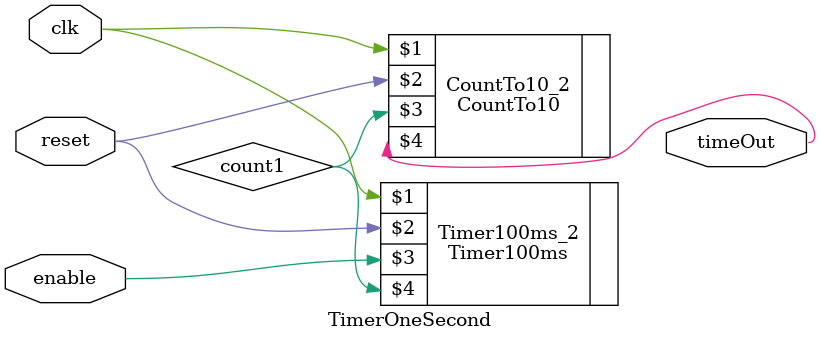
<source format=v>

module TimerOneSecond(clk, reset, enable, timeOut);
input clk, reset;
input enable; 
output timeOut;
//reg timeOut;
wire count1;

Timer100ms Timer100ms_2(clk, reset, enable, count1);
CountTo10 CountTo10_2(clk, reset, count1, timeOut);


endmodule



</source>
